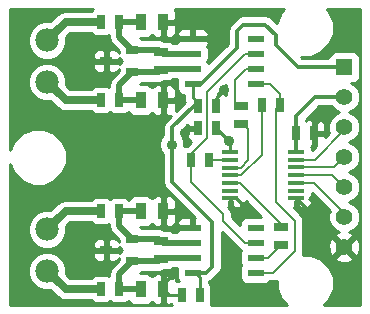
<source format=gtl>
%FSLAX46Y46*%
G04 Gerber Fmt 4.6, Leading zero omitted, Abs format (unit mm)*
G04 Created by KiCad (PCBNEW (2014-07-09 BZR 4988)-product) date Thu 14 Aug 2014 11:57:35 AM PDT*
%MOMM*%
G01*
G04 APERTURE LIST*
%ADD10C,0.050000*%
%ADD11R,1.397000X1.397000*%
%ADD12C,1.397000*%
%ADD13R,0.889000X1.397000*%
%ADD14R,1.143000X0.635000*%
%ADD15R,0.635000X1.143000*%
%ADD16R,1.000760X0.800100*%
%ADD17R,1.399540X0.599440*%
%ADD18R,1.397000X0.431800*%
%ADD19C,1.968500*%
%ADD20C,0.889000*%
%ADD21C,0.254000*%
%ADD22C,0.508000*%
%ADD23C,0.304800*%
%ADD24C,0.635000*%
%ADD25C,0.203200*%
G04 APERTURE END LIST*
D10*
D11*
X130556000Y-93980000D03*
D12*
X130556000Y-96520000D03*
X130556000Y-99060000D03*
X130556000Y-101600000D03*
X130556000Y-104140000D03*
X130556000Y-106680000D03*
X130556000Y-109220000D03*
D13*
X115252500Y-106172000D03*
X113347500Y-106172000D03*
X113347500Y-112776000D03*
X115252500Y-112776000D03*
D14*
X115062000Y-108712000D03*
X115062000Y-110236000D03*
D13*
X115252500Y-90170000D03*
X113347500Y-90170000D03*
X113347500Y-96774000D03*
X115252500Y-96774000D03*
D14*
X115062000Y-92710000D03*
X115062000Y-94234000D03*
D15*
X118364000Y-113284000D03*
X116840000Y-113284000D03*
X118186200Y-97282000D03*
X119710200Y-97282000D03*
X109982000Y-106172000D03*
X111506000Y-106172000D03*
X109982000Y-112776000D03*
X111506000Y-112776000D03*
X109982000Y-90170000D03*
X111506000Y-90170000D03*
X109982000Y-96774000D03*
X111506000Y-96774000D03*
X117596920Y-101831140D03*
X119120920Y-101831140D03*
D14*
X121793000Y-97282000D03*
X121793000Y-98806000D03*
D15*
X125095000Y-97155000D03*
X123571000Y-97155000D03*
D14*
X125196600Y-109016800D03*
X125196600Y-107492800D03*
D16*
X110406180Y-109474000D03*
X112605820Y-108521500D03*
X112605820Y-110426500D03*
X110406180Y-93472000D03*
X112605820Y-92519500D03*
X112605820Y-94424500D03*
D17*
X123063000Y-107569000D03*
X117729000Y-107569000D03*
X123063000Y-108839000D03*
X123063000Y-110109000D03*
X123063000Y-111379000D03*
X117729000Y-108839000D03*
X117729000Y-110109000D03*
X117729000Y-111379000D03*
X123063000Y-91567000D03*
X117729000Y-91567000D03*
X123063000Y-92837000D03*
X123063000Y-94107000D03*
X123063000Y-95377000D03*
X117729000Y-92837000D03*
X117729000Y-94107000D03*
X117729000Y-95377000D03*
D18*
X120904000Y-101193600D03*
X120904000Y-101828600D03*
X120904000Y-102489000D03*
X120904000Y-103124000D03*
X120904000Y-103784400D03*
X120904000Y-104432100D03*
X120904000Y-105079800D03*
X126492000Y-105079800D03*
X126492000Y-104432100D03*
X126492000Y-103784400D03*
X126492000Y-103124000D03*
X126492000Y-102476300D03*
X126492000Y-101828600D03*
X126492000Y-101180900D03*
D19*
X105410000Y-107724000D03*
X105410000Y-111224000D03*
X105410000Y-91722000D03*
X105410000Y-95222000D03*
D15*
X118186200Y-99161600D03*
X119710200Y-99161600D03*
X128016000Y-99568000D03*
X126492000Y-99568000D03*
D20*
X116636800Y-90170000D03*
X120396000Y-95910400D03*
X117043200Y-99568000D03*
X122123200Y-105841800D03*
X128828800Y-98069400D03*
X121666000Y-113030000D03*
X116001800Y-111582200D03*
X120764300Y-100215700D03*
X115951000Y-100533200D03*
D21*
X115252500Y-90170000D02*
X116636800Y-90170000D01*
X130556000Y-109220000D02*
X130556000Y-109143800D01*
X130556000Y-109143800D02*
X126492000Y-105079800D01*
X119710200Y-96596200D02*
X120396000Y-95910400D01*
X119710200Y-97282000D02*
X119710200Y-96596200D01*
X117449600Y-99161600D02*
X117043200Y-99568000D01*
X118186200Y-99161600D02*
X117449600Y-99161600D01*
X121361200Y-105079800D02*
X122123200Y-105841800D01*
X120904000Y-105079800D02*
X121361200Y-105079800D01*
X115760500Y-113284000D02*
X115252500Y-112776000D01*
X116840000Y-113284000D02*
X115760500Y-113284000D01*
X115252500Y-112776000D02*
X115252500Y-112331500D01*
X128016000Y-98882200D02*
X128828800Y-98069400D01*
X128016000Y-99568000D02*
X128016000Y-98882200D01*
X115252500Y-112331500D02*
X116001800Y-111582200D01*
D22*
X111506000Y-106172000D02*
X113347500Y-106172000D01*
X111506000Y-107421680D02*
X112605820Y-108521500D01*
X111506000Y-106172000D02*
X111506000Y-107421680D01*
X114871500Y-108521500D02*
X115062000Y-108712000D01*
X112605820Y-108521500D02*
X114871500Y-108521500D01*
X115189000Y-108839000D02*
X115062000Y-108712000D01*
X117729000Y-108839000D02*
X115189000Y-108839000D01*
X111506000Y-112776000D02*
X113347500Y-112776000D01*
X111506000Y-111526320D02*
X112605820Y-110426500D01*
X111506000Y-112776000D02*
X111506000Y-111526320D01*
X114871500Y-110426500D02*
X115062000Y-110236000D01*
X112605820Y-110426500D02*
X114871500Y-110426500D01*
X115189000Y-110109000D02*
X115062000Y-110236000D01*
X117729000Y-110109000D02*
X115189000Y-110109000D01*
X111506000Y-91419680D02*
X112605820Y-92519500D01*
X111506000Y-90170000D02*
X111506000Y-91419680D01*
X111506000Y-90170000D02*
X113347500Y-90170000D01*
X115189000Y-92837000D02*
X117729000Y-92837000D01*
X114871500Y-92519500D02*
X115189000Y-92837000D01*
X112605820Y-92519500D02*
X114871500Y-92519500D01*
X111506000Y-95524320D02*
X112605820Y-94424500D01*
X111506000Y-96774000D02*
X111506000Y-95524320D01*
X111506000Y-96774000D02*
X113347500Y-96774000D01*
X115189000Y-94107000D02*
X117729000Y-94107000D01*
X114871500Y-94424500D02*
X115189000Y-94107000D01*
X112605820Y-94424500D02*
X114871500Y-94424500D01*
D21*
X116001800Y-100533200D02*
X115951000Y-100533200D01*
D23*
X117729000Y-95377000D02*
X118465600Y-95377000D01*
X126669800Y-93980000D02*
X130556000Y-93980000D01*
X124764800Y-92075000D02*
X126669800Y-93980000D01*
X124764800Y-91287600D02*
X124764800Y-92075000D01*
X123850400Y-90373200D02*
X124764800Y-91287600D01*
X122021600Y-90373200D02*
X123850400Y-90373200D01*
X121513600Y-90881200D02*
X122021600Y-90373200D01*
X121513600Y-92329000D02*
X121513600Y-90881200D01*
X118465600Y-95377000D02*
X121513600Y-92329000D01*
D21*
X118186200Y-97282000D02*
X118186200Y-96977200D01*
X118186200Y-96977200D02*
X118186200Y-97282000D01*
X117729000Y-96520000D02*
X118186200Y-96977200D01*
X117729000Y-95377000D02*
X117729000Y-96520000D01*
X120904000Y-100355400D02*
X120764300Y-100215700D01*
X120904000Y-101193600D02*
X120904000Y-100355400D01*
X120764300Y-100215700D02*
X119710200Y-99161600D01*
X117983000Y-111379000D02*
X117729000Y-111379000D01*
X118364000Y-111760000D02*
X117983000Y-111379000D01*
X118364000Y-113284000D02*
X118364000Y-111760000D01*
D23*
X117805200Y-97282000D02*
X118186200Y-97282000D01*
X116001800Y-99085400D02*
X117805200Y-97282000D01*
X116001800Y-101600000D02*
X116001800Y-100533200D01*
X116001800Y-100533200D02*
X116001800Y-99085400D01*
X116001800Y-103708200D02*
X119380000Y-107086400D01*
X119380000Y-107086400D02*
X119380000Y-110871000D01*
X119380000Y-110871000D02*
X118872000Y-111379000D01*
X118872000Y-111379000D02*
X117729000Y-111379000D01*
X116001800Y-101600000D02*
X116001800Y-103708200D01*
D24*
X106962000Y-106172000D02*
X105410000Y-107724000D01*
X109982000Y-106172000D02*
X106962000Y-106172000D01*
X106962000Y-112776000D02*
X105410000Y-111224000D01*
X109982000Y-112776000D02*
X106962000Y-112776000D01*
X106962000Y-90170000D02*
X105410000Y-91722000D01*
X109982000Y-90170000D02*
X106962000Y-90170000D01*
X106962000Y-96774000D02*
X105410000Y-95222000D01*
X109982000Y-96774000D02*
X106962000Y-96774000D01*
D25*
X129679700Y-102476300D02*
X130556000Y-101600000D01*
X126492000Y-102476300D02*
X129679700Y-102476300D01*
X130556000Y-106349800D02*
X130556000Y-106680000D01*
X127990600Y-103784400D02*
X130556000Y-106349800D01*
X126492000Y-103784400D02*
X127990600Y-103784400D01*
X130556000Y-99314000D02*
X130556000Y-99060000D01*
X128041400Y-101828600D02*
X130556000Y-99314000D01*
X126492000Y-101828600D02*
X128041400Y-101828600D01*
X129540000Y-103124000D02*
X130556000Y-104140000D01*
X126492000Y-103124000D02*
X129540000Y-103124000D01*
X117596920Y-101300280D02*
X117596920Y-101831140D01*
X122174000Y-92837000D02*
X118948200Y-96062800D01*
X118948200Y-96062800D02*
X118948200Y-99949000D01*
X118948200Y-99949000D02*
X117596920Y-101300280D01*
X123063000Y-92837000D02*
X122174000Y-92837000D01*
X122148600Y-108839000D02*
X120319800Y-107010200D01*
X120319800Y-107010200D02*
X120319800Y-106400600D01*
X120319800Y-106400600D02*
X117596920Y-103677720D01*
X117596920Y-103677720D02*
X117596920Y-101831140D01*
X123063000Y-108839000D02*
X122148600Y-108839000D01*
X123063000Y-94107000D02*
X122504200Y-94107000D01*
D21*
X123063000Y-94107000D02*
X123571000Y-94107000D01*
D25*
X121666000Y-97282000D02*
X121793000Y-97282000D01*
X122275600Y-94107000D02*
X121310400Y-95072200D01*
X121310400Y-95072200D02*
X121310400Y-96926400D01*
X121310400Y-96926400D02*
X121666000Y-97282000D01*
X123063000Y-94107000D02*
X122275600Y-94107000D01*
X124256800Y-95377000D02*
X125095000Y-96215200D01*
X125095000Y-96215200D02*
X125095000Y-97155000D01*
X123063000Y-95377000D02*
X124256800Y-95377000D01*
X124561600Y-111379000D02*
X126365000Y-109575600D01*
X126365000Y-109575600D02*
X126365000Y-106984800D01*
X126365000Y-106984800D02*
X124764800Y-105384600D01*
X124764800Y-105384600D02*
X124764800Y-97485200D01*
X124764800Y-97485200D02*
X125095000Y-97155000D01*
X123063000Y-111379000D02*
X124561600Y-111379000D01*
X124104400Y-110109000D02*
X125196600Y-109016800D01*
X123063000Y-110109000D02*
X124104400Y-110109000D01*
X120901460Y-101831140D02*
X120904000Y-101828600D01*
X119120920Y-101831140D02*
X120901460Y-101831140D01*
X122047000Y-98806000D02*
X121793000Y-98806000D01*
X121818400Y-102489000D02*
X122428000Y-101879400D01*
X122428000Y-101879400D02*
X122428000Y-99187000D01*
X122428000Y-99187000D02*
X122047000Y-98806000D01*
X120904000Y-102489000D02*
X121818400Y-102489000D01*
X123571000Y-101396800D02*
X121843800Y-103124000D01*
X121843800Y-103124000D02*
X120904000Y-103124000D01*
X123571000Y-97155000D02*
X123571000Y-101396800D01*
X125196600Y-107264200D02*
X125196600Y-107492800D01*
X121716800Y-103784400D02*
X125196600Y-107264200D01*
X120904000Y-103784400D02*
X121716800Y-103784400D01*
D23*
X126492000Y-99568000D02*
X126492000Y-101180900D01*
X130556000Y-96520000D02*
X128066800Y-96520000D01*
X126492000Y-98094800D02*
X126492000Y-99568000D01*
X128066800Y-96520000D02*
X126492000Y-98094800D01*
D21*
G36*
X116987000Y-113411000D02*
X116967000Y-113411000D01*
X116967000Y-113431000D01*
X116713000Y-113431000D01*
X116713000Y-113411000D01*
X116693000Y-113411000D01*
X116693000Y-113157000D01*
X116713000Y-113157000D01*
X116713000Y-113137000D01*
X116967000Y-113137000D01*
X116967000Y-113157000D01*
X116987000Y-113157000D01*
X116987000Y-113411000D01*
X116987000Y-113411000D01*
G37*
X116987000Y-113411000D02*
X116967000Y-113411000D01*
X116967000Y-113431000D01*
X116713000Y-113431000D01*
X116713000Y-113411000D01*
X116693000Y-113411000D01*
X116693000Y-113157000D01*
X116713000Y-113157000D01*
X116713000Y-113137000D01*
X116967000Y-113137000D01*
X116967000Y-113157000D01*
X116987000Y-113157000D01*
X116987000Y-113411000D01*
G36*
X117914539Y-106734491D02*
X117856000Y-106793030D01*
X117856000Y-107442000D01*
X117876000Y-107442000D01*
X117876000Y-107696000D01*
X117856000Y-107696000D01*
X117856000Y-107716000D01*
X117602000Y-107716000D01*
X117602000Y-107696000D01*
X117602000Y-107442000D01*
X117602000Y-106793030D01*
X117443250Y-106634280D01*
X117155539Y-106634280D01*
X116902920Y-106634280D01*
X116669531Y-106730953D01*
X116490903Y-106909582D01*
X116394230Y-107142971D01*
X116394230Y-107283250D01*
X116552980Y-107442000D01*
X117602000Y-107442000D01*
X117602000Y-107696000D01*
X116552980Y-107696000D01*
X116394230Y-107854750D01*
X116394230Y-107950000D01*
X116332000Y-107950000D01*
X116332000Y-106996810D01*
X116332000Y-106744191D01*
X116332000Y-106457750D01*
X116332000Y-105886250D01*
X116332000Y-105599809D01*
X116332000Y-105347190D01*
X116235327Y-105113801D01*
X116056698Y-104935173D01*
X115823309Y-104838500D01*
X115538250Y-104838500D01*
X115379500Y-104997250D01*
X115379500Y-106045000D01*
X116173250Y-106045000D01*
X116332000Y-105886250D01*
X116332000Y-106457750D01*
X116173250Y-106299000D01*
X115379500Y-106299000D01*
X115379500Y-107346750D01*
X115538250Y-107505500D01*
X115823309Y-107505500D01*
X116056698Y-107408827D01*
X116235327Y-107230199D01*
X116332000Y-106996810D01*
X116332000Y-107950000D01*
X116087025Y-107950000D01*
X115993199Y-107856173D01*
X115759810Y-107759500D01*
X115507191Y-107759500D01*
X115300498Y-107759500D01*
X115211706Y-107700171D01*
X114871500Y-107632500D01*
X113515275Y-107632500D01*
X113465899Y-107583123D01*
X113278500Y-107505500D01*
X113918309Y-107505500D01*
X114151698Y-107408827D01*
X114300000Y-107260525D01*
X114448302Y-107408827D01*
X114681691Y-107505500D01*
X114966750Y-107505500D01*
X115125500Y-107346750D01*
X115125500Y-106299000D01*
X115105500Y-106299000D01*
X115105500Y-106045000D01*
X115125500Y-106045000D01*
X115125500Y-104997250D01*
X114966750Y-104838500D01*
X114681691Y-104838500D01*
X114448302Y-104935173D01*
X114299999Y-105083474D01*
X114151699Y-104935173D01*
X113918310Y-104838500D01*
X113665691Y-104838500D01*
X112776691Y-104838500D01*
X112543302Y-104935173D01*
X112364673Y-105113801D01*
X112326641Y-105205616D01*
X112183199Y-105062173D01*
X111949810Y-104965500D01*
X111697191Y-104965500D01*
X111062191Y-104965500D01*
X110828802Y-105062173D01*
X110744000Y-105146974D01*
X110659199Y-105062173D01*
X110425810Y-104965500D01*
X110173191Y-104965500D01*
X109538191Y-104965500D01*
X109304802Y-105062173D01*
X109147474Y-105219500D01*
X106962000Y-105219500D01*
X106597494Y-105292005D01*
X106288480Y-105498481D01*
X105681974Y-106104987D01*
X105089324Y-106104470D01*
X104493967Y-106350466D01*
X104038067Y-106805571D01*
X103791032Y-107400498D01*
X103790470Y-108044676D01*
X104036466Y-108640033D01*
X104491571Y-109095933D01*
X105086498Y-109342968D01*
X105730676Y-109343530D01*
X106326033Y-109097534D01*
X106781933Y-108642429D01*
X107028968Y-108047502D01*
X107029487Y-107451550D01*
X107356538Y-107124500D01*
X109147474Y-107124500D01*
X109304801Y-107281827D01*
X109538190Y-107378500D01*
X109790809Y-107378500D01*
X110425809Y-107378500D01*
X110617000Y-107299306D01*
X110617000Y-107421680D01*
X110684671Y-107761886D01*
X110877382Y-108050298D01*
X111470440Y-108643356D01*
X111470440Y-108775942D01*
X111444887Y-108714252D01*
X111266259Y-108535623D01*
X111032870Y-108438950D01*
X110780251Y-108438950D01*
X110691930Y-108438950D01*
X110533180Y-108597700D01*
X110533180Y-109347000D01*
X111382810Y-109347000D01*
X111532390Y-109197419D01*
X111567113Y-109281248D01*
X111745741Y-109459877D01*
X111779837Y-109474000D01*
X111745742Y-109488123D01*
X111567113Y-109666751D01*
X111532389Y-109750579D01*
X111382810Y-109601000D01*
X110533180Y-109601000D01*
X110533180Y-110350300D01*
X110691930Y-110509050D01*
X110780251Y-110509050D01*
X111032870Y-110509050D01*
X111266259Y-110412377D01*
X111444887Y-110233748D01*
X111470440Y-110172057D01*
X111470440Y-110304644D01*
X110877382Y-110897702D01*
X110684671Y-111186114D01*
X110617000Y-111526320D01*
X110617000Y-111648693D01*
X110425810Y-111569500D01*
X110279180Y-111569500D01*
X110279180Y-110350300D01*
X110279180Y-109601000D01*
X110279180Y-109347000D01*
X110279180Y-108597700D01*
X110120430Y-108438950D01*
X110032109Y-108438950D01*
X109779490Y-108438950D01*
X109546101Y-108535623D01*
X109367473Y-108714252D01*
X109270800Y-108947641D01*
X109270800Y-109188250D01*
X109429550Y-109347000D01*
X110279180Y-109347000D01*
X110279180Y-109601000D01*
X109429550Y-109601000D01*
X109270800Y-109759750D01*
X109270800Y-110000359D01*
X109367473Y-110233748D01*
X109546101Y-110412377D01*
X109779490Y-110509050D01*
X110032109Y-110509050D01*
X110120430Y-110509050D01*
X110279180Y-110350300D01*
X110279180Y-111569500D01*
X110173191Y-111569500D01*
X109538191Y-111569500D01*
X109304802Y-111666173D01*
X109147474Y-111823500D01*
X107356538Y-111823500D01*
X107029012Y-111495974D01*
X107029530Y-110903324D01*
X106783534Y-110307967D01*
X106328429Y-109852067D01*
X105733502Y-109605032D01*
X105089324Y-109604470D01*
X104493967Y-109850466D01*
X104038067Y-110305571D01*
X103791032Y-110900498D01*
X103790470Y-111544676D01*
X104036466Y-112140033D01*
X104491571Y-112595933D01*
X105086498Y-112842968D01*
X105682449Y-112843487D01*
X106288480Y-113449519D01*
X106288481Y-113449519D01*
X106597494Y-113655995D01*
X106962000Y-113728500D01*
X109147474Y-113728500D01*
X109304801Y-113885827D01*
X109538190Y-113982500D01*
X109790809Y-113982500D01*
X110425809Y-113982500D01*
X110659198Y-113885827D01*
X110743999Y-113801025D01*
X110828801Y-113885827D01*
X111062190Y-113982500D01*
X111314809Y-113982500D01*
X111949809Y-113982500D01*
X112183198Y-113885827D01*
X112326642Y-113742383D01*
X112364673Y-113834198D01*
X112543301Y-114012827D01*
X112776690Y-114109500D01*
X113029309Y-114109500D01*
X113918309Y-114109500D01*
X114151698Y-114012827D01*
X114300000Y-113864525D01*
X114448302Y-114012827D01*
X114681691Y-114109500D01*
X114966750Y-114109500D01*
X115125500Y-113950750D01*
X115125500Y-112903000D01*
X115105500Y-112903000D01*
X115105500Y-112649000D01*
X115125500Y-112649000D01*
X115125500Y-111601250D01*
X114966750Y-111442500D01*
X114681691Y-111442500D01*
X114448302Y-111539173D01*
X114299999Y-111687474D01*
X114151699Y-111539173D01*
X113918310Y-111442500D01*
X113665691Y-111442500D01*
X113278499Y-111442500D01*
X113465898Y-111364877D01*
X113515275Y-111315500D01*
X114871500Y-111315500D01*
X115211705Y-111247829D01*
X115211706Y-111247829D01*
X115300497Y-111188500D01*
X115300498Y-111188500D01*
X115759809Y-111188500D01*
X115993198Y-111091827D01*
X116087025Y-110998000D01*
X116394230Y-110998000D01*
X116394230Y-111205589D01*
X116394230Y-111805029D01*
X116490903Y-112038418D01*
X116529984Y-112077500D01*
X116396191Y-112077500D01*
X116332000Y-112104088D01*
X116332000Y-111951190D01*
X116235327Y-111717801D01*
X116056698Y-111539173D01*
X115823309Y-111442500D01*
X115538250Y-111442500D01*
X115379500Y-111601250D01*
X115379500Y-112649000D01*
X115399500Y-112649000D01*
X115399500Y-112903000D01*
X115379500Y-112903000D01*
X115379500Y-113950750D01*
X115538250Y-114109500D01*
X115823309Y-114109500D01*
X115923244Y-114068105D01*
X115945982Y-114123000D01*
X102285000Y-114123000D01*
X102285000Y-102199888D01*
X102601166Y-102965069D01*
X103279361Y-103644449D01*
X104165919Y-104012580D01*
X105125870Y-104013417D01*
X106013069Y-103646834D01*
X106692449Y-102968639D01*
X107060580Y-102082081D01*
X107061417Y-101122130D01*
X106694834Y-100234931D01*
X106016639Y-99555551D01*
X105130081Y-99187420D01*
X104170130Y-99186583D01*
X103282931Y-99553166D01*
X102603551Y-100231361D01*
X102285000Y-100998517D01*
X102285000Y-89077000D01*
X109287974Y-89077000D01*
X109147474Y-89217500D01*
X106962000Y-89217500D01*
X106597494Y-89290005D01*
X106288480Y-89496481D01*
X105681974Y-90102987D01*
X105089324Y-90102470D01*
X104493967Y-90348466D01*
X104038067Y-90803571D01*
X103791032Y-91398498D01*
X103790470Y-92042676D01*
X104036466Y-92638033D01*
X104491571Y-93093933D01*
X105086498Y-93340968D01*
X105730676Y-93341530D01*
X106326033Y-93095534D01*
X106781933Y-92640429D01*
X107028968Y-92045502D01*
X107029487Y-91449550D01*
X107356538Y-91122500D01*
X109147474Y-91122500D01*
X109304801Y-91279827D01*
X109538190Y-91376500D01*
X109790809Y-91376500D01*
X110425809Y-91376500D01*
X110617000Y-91297306D01*
X110617000Y-91419680D01*
X110684671Y-91759886D01*
X110877382Y-92048298D01*
X111470440Y-92641356D01*
X111470440Y-92773942D01*
X111444887Y-92712252D01*
X111266259Y-92533623D01*
X111032870Y-92436950D01*
X110780251Y-92436950D01*
X110691930Y-92436950D01*
X110533180Y-92595700D01*
X110533180Y-93345000D01*
X111382810Y-93345000D01*
X111532390Y-93195419D01*
X111567113Y-93279248D01*
X111745741Y-93457877D01*
X111779837Y-93472000D01*
X111745742Y-93486123D01*
X111567113Y-93664751D01*
X111532389Y-93748579D01*
X111382810Y-93599000D01*
X110533180Y-93599000D01*
X110533180Y-94348300D01*
X110691930Y-94507050D01*
X110780251Y-94507050D01*
X111032870Y-94507050D01*
X111266259Y-94410377D01*
X111444887Y-94231748D01*
X111470440Y-94170057D01*
X111470440Y-94302644D01*
X110877382Y-94895702D01*
X110684671Y-95184114D01*
X110617000Y-95524320D01*
X110617000Y-95646693D01*
X110425810Y-95567500D01*
X110279180Y-95567500D01*
X110279180Y-94348300D01*
X110279180Y-93599000D01*
X110279180Y-93345000D01*
X110279180Y-92595700D01*
X110120430Y-92436950D01*
X110032109Y-92436950D01*
X109779490Y-92436950D01*
X109546101Y-92533623D01*
X109367473Y-92712252D01*
X109270800Y-92945641D01*
X109270800Y-93186250D01*
X109429550Y-93345000D01*
X110279180Y-93345000D01*
X110279180Y-93599000D01*
X109429550Y-93599000D01*
X109270800Y-93757750D01*
X109270800Y-93998359D01*
X109367473Y-94231748D01*
X109546101Y-94410377D01*
X109779490Y-94507050D01*
X110032109Y-94507050D01*
X110120430Y-94507050D01*
X110279180Y-94348300D01*
X110279180Y-95567500D01*
X110173191Y-95567500D01*
X109538191Y-95567500D01*
X109304802Y-95664173D01*
X109147474Y-95821500D01*
X107356538Y-95821500D01*
X107029012Y-95493974D01*
X107029530Y-94901324D01*
X106783534Y-94305967D01*
X106328429Y-93850067D01*
X105733502Y-93603032D01*
X105089324Y-93602470D01*
X104493967Y-93848466D01*
X104038067Y-94303571D01*
X103791032Y-94898498D01*
X103790470Y-95542676D01*
X104036466Y-96138033D01*
X104491571Y-96593933D01*
X105086498Y-96840968D01*
X105682449Y-96841487D01*
X106288480Y-97447519D01*
X106288481Y-97447519D01*
X106597494Y-97653995D01*
X106962000Y-97726500D01*
X109147474Y-97726500D01*
X109304801Y-97883827D01*
X109538190Y-97980500D01*
X109790809Y-97980500D01*
X110425809Y-97980500D01*
X110659198Y-97883827D01*
X110743999Y-97799025D01*
X110828801Y-97883827D01*
X111062190Y-97980500D01*
X111314809Y-97980500D01*
X111949809Y-97980500D01*
X112183198Y-97883827D01*
X112326642Y-97740383D01*
X112364673Y-97832198D01*
X112543301Y-98010827D01*
X112776690Y-98107500D01*
X113029309Y-98107500D01*
X113918309Y-98107500D01*
X114151698Y-98010827D01*
X114300000Y-97862525D01*
X114448302Y-98010827D01*
X114681691Y-98107500D01*
X114966750Y-98107500D01*
X115125500Y-97948750D01*
X115125500Y-96901000D01*
X115105500Y-96901000D01*
X115105500Y-96647000D01*
X115125500Y-96647000D01*
X115125500Y-95599250D01*
X114966750Y-95440500D01*
X114681691Y-95440500D01*
X114448302Y-95537173D01*
X114299999Y-95685474D01*
X114151699Y-95537173D01*
X113918310Y-95440500D01*
X113665691Y-95440500D01*
X113278499Y-95440500D01*
X113465898Y-95362877D01*
X113515275Y-95313500D01*
X114871500Y-95313500D01*
X115211705Y-95245829D01*
X115211706Y-95245829D01*
X115300497Y-95186500D01*
X115300498Y-95186500D01*
X115759809Y-95186500D01*
X115993198Y-95089827D01*
X116087025Y-94996000D01*
X116394230Y-94996000D01*
X116394230Y-95203589D01*
X116394230Y-95803029D01*
X116490903Y-96036418D01*
X116669531Y-96215047D01*
X116902920Y-96311720D01*
X116967000Y-96311720D01*
X116967000Y-96520000D01*
X117025004Y-96811605D01*
X117079894Y-96893753D01*
X116301708Y-97671939D01*
X116332000Y-97598810D01*
X116332000Y-97346191D01*
X116332000Y-97059750D01*
X116332000Y-96488250D01*
X116332000Y-96201809D01*
X116332000Y-95949190D01*
X116235327Y-95715801D01*
X116056698Y-95537173D01*
X115823309Y-95440500D01*
X115538250Y-95440500D01*
X115379500Y-95599250D01*
X115379500Y-96647000D01*
X116173250Y-96647000D01*
X116332000Y-96488250D01*
X116332000Y-97059750D01*
X116173250Y-96901000D01*
X115379500Y-96901000D01*
X115379500Y-97948750D01*
X115538250Y-98107500D01*
X115823309Y-98107500D01*
X115896439Y-98077208D01*
X115445024Y-98528624D01*
X115274337Y-98784075D01*
X115214400Y-99085400D01*
X115214400Y-99743202D01*
X115036378Y-99920914D01*
X114871687Y-100317532D01*
X114871313Y-100746984D01*
X115035311Y-101143889D01*
X115214400Y-101323290D01*
X115214400Y-101600000D01*
X115214400Y-103708200D01*
X115274337Y-104009525D01*
X115445024Y-104264976D01*
X117914539Y-106734491D01*
X117914539Y-106734491D01*
G37*
X117914539Y-106734491D02*
X117856000Y-106793030D01*
X117856000Y-107442000D01*
X117876000Y-107442000D01*
X117876000Y-107696000D01*
X117856000Y-107696000D01*
X117856000Y-107716000D01*
X117602000Y-107716000D01*
X117602000Y-107696000D01*
X117602000Y-107442000D01*
X117602000Y-106793030D01*
X117443250Y-106634280D01*
X117155539Y-106634280D01*
X116902920Y-106634280D01*
X116669531Y-106730953D01*
X116490903Y-106909582D01*
X116394230Y-107142971D01*
X116394230Y-107283250D01*
X116552980Y-107442000D01*
X117602000Y-107442000D01*
X117602000Y-107696000D01*
X116552980Y-107696000D01*
X116394230Y-107854750D01*
X116394230Y-107950000D01*
X116332000Y-107950000D01*
X116332000Y-106996810D01*
X116332000Y-106744191D01*
X116332000Y-106457750D01*
X116332000Y-105886250D01*
X116332000Y-105599809D01*
X116332000Y-105347190D01*
X116235327Y-105113801D01*
X116056698Y-104935173D01*
X115823309Y-104838500D01*
X115538250Y-104838500D01*
X115379500Y-104997250D01*
X115379500Y-106045000D01*
X116173250Y-106045000D01*
X116332000Y-105886250D01*
X116332000Y-106457750D01*
X116173250Y-106299000D01*
X115379500Y-106299000D01*
X115379500Y-107346750D01*
X115538250Y-107505500D01*
X115823309Y-107505500D01*
X116056698Y-107408827D01*
X116235327Y-107230199D01*
X116332000Y-106996810D01*
X116332000Y-107950000D01*
X116087025Y-107950000D01*
X115993199Y-107856173D01*
X115759810Y-107759500D01*
X115507191Y-107759500D01*
X115300498Y-107759500D01*
X115211706Y-107700171D01*
X114871500Y-107632500D01*
X113515275Y-107632500D01*
X113465899Y-107583123D01*
X113278500Y-107505500D01*
X113918309Y-107505500D01*
X114151698Y-107408827D01*
X114300000Y-107260525D01*
X114448302Y-107408827D01*
X114681691Y-107505500D01*
X114966750Y-107505500D01*
X115125500Y-107346750D01*
X115125500Y-106299000D01*
X115105500Y-106299000D01*
X115105500Y-106045000D01*
X115125500Y-106045000D01*
X115125500Y-104997250D01*
X114966750Y-104838500D01*
X114681691Y-104838500D01*
X114448302Y-104935173D01*
X114299999Y-105083474D01*
X114151699Y-104935173D01*
X113918310Y-104838500D01*
X113665691Y-104838500D01*
X112776691Y-104838500D01*
X112543302Y-104935173D01*
X112364673Y-105113801D01*
X112326641Y-105205616D01*
X112183199Y-105062173D01*
X111949810Y-104965500D01*
X111697191Y-104965500D01*
X111062191Y-104965500D01*
X110828802Y-105062173D01*
X110744000Y-105146974D01*
X110659199Y-105062173D01*
X110425810Y-104965500D01*
X110173191Y-104965500D01*
X109538191Y-104965500D01*
X109304802Y-105062173D01*
X109147474Y-105219500D01*
X106962000Y-105219500D01*
X106597494Y-105292005D01*
X106288480Y-105498481D01*
X105681974Y-106104987D01*
X105089324Y-106104470D01*
X104493967Y-106350466D01*
X104038067Y-106805571D01*
X103791032Y-107400498D01*
X103790470Y-108044676D01*
X104036466Y-108640033D01*
X104491571Y-109095933D01*
X105086498Y-109342968D01*
X105730676Y-109343530D01*
X106326033Y-109097534D01*
X106781933Y-108642429D01*
X107028968Y-108047502D01*
X107029487Y-107451550D01*
X107356538Y-107124500D01*
X109147474Y-107124500D01*
X109304801Y-107281827D01*
X109538190Y-107378500D01*
X109790809Y-107378500D01*
X110425809Y-107378500D01*
X110617000Y-107299306D01*
X110617000Y-107421680D01*
X110684671Y-107761886D01*
X110877382Y-108050298D01*
X111470440Y-108643356D01*
X111470440Y-108775942D01*
X111444887Y-108714252D01*
X111266259Y-108535623D01*
X111032870Y-108438950D01*
X110780251Y-108438950D01*
X110691930Y-108438950D01*
X110533180Y-108597700D01*
X110533180Y-109347000D01*
X111382810Y-109347000D01*
X111532390Y-109197419D01*
X111567113Y-109281248D01*
X111745741Y-109459877D01*
X111779837Y-109474000D01*
X111745742Y-109488123D01*
X111567113Y-109666751D01*
X111532389Y-109750579D01*
X111382810Y-109601000D01*
X110533180Y-109601000D01*
X110533180Y-110350300D01*
X110691930Y-110509050D01*
X110780251Y-110509050D01*
X111032870Y-110509050D01*
X111266259Y-110412377D01*
X111444887Y-110233748D01*
X111470440Y-110172057D01*
X111470440Y-110304644D01*
X110877382Y-110897702D01*
X110684671Y-111186114D01*
X110617000Y-111526320D01*
X110617000Y-111648693D01*
X110425810Y-111569500D01*
X110279180Y-111569500D01*
X110279180Y-110350300D01*
X110279180Y-109601000D01*
X110279180Y-109347000D01*
X110279180Y-108597700D01*
X110120430Y-108438950D01*
X110032109Y-108438950D01*
X109779490Y-108438950D01*
X109546101Y-108535623D01*
X109367473Y-108714252D01*
X109270800Y-108947641D01*
X109270800Y-109188250D01*
X109429550Y-109347000D01*
X110279180Y-109347000D01*
X110279180Y-109601000D01*
X109429550Y-109601000D01*
X109270800Y-109759750D01*
X109270800Y-110000359D01*
X109367473Y-110233748D01*
X109546101Y-110412377D01*
X109779490Y-110509050D01*
X110032109Y-110509050D01*
X110120430Y-110509050D01*
X110279180Y-110350300D01*
X110279180Y-111569500D01*
X110173191Y-111569500D01*
X109538191Y-111569500D01*
X109304802Y-111666173D01*
X109147474Y-111823500D01*
X107356538Y-111823500D01*
X107029012Y-111495974D01*
X107029530Y-110903324D01*
X106783534Y-110307967D01*
X106328429Y-109852067D01*
X105733502Y-109605032D01*
X105089324Y-109604470D01*
X104493967Y-109850466D01*
X104038067Y-110305571D01*
X103791032Y-110900498D01*
X103790470Y-111544676D01*
X104036466Y-112140033D01*
X104491571Y-112595933D01*
X105086498Y-112842968D01*
X105682449Y-112843487D01*
X106288480Y-113449519D01*
X106288481Y-113449519D01*
X106597494Y-113655995D01*
X106962000Y-113728500D01*
X109147474Y-113728500D01*
X109304801Y-113885827D01*
X109538190Y-113982500D01*
X109790809Y-113982500D01*
X110425809Y-113982500D01*
X110659198Y-113885827D01*
X110743999Y-113801025D01*
X110828801Y-113885827D01*
X111062190Y-113982500D01*
X111314809Y-113982500D01*
X111949809Y-113982500D01*
X112183198Y-113885827D01*
X112326642Y-113742383D01*
X112364673Y-113834198D01*
X112543301Y-114012827D01*
X112776690Y-114109500D01*
X113029309Y-114109500D01*
X113918309Y-114109500D01*
X114151698Y-114012827D01*
X114300000Y-113864525D01*
X114448302Y-114012827D01*
X114681691Y-114109500D01*
X114966750Y-114109500D01*
X115125500Y-113950750D01*
X115125500Y-112903000D01*
X115105500Y-112903000D01*
X115105500Y-112649000D01*
X115125500Y-112649000D01*
X115125500Y-111601250D01*
X114966750Y-111442500D01*
X114681691Y-111442500D01*
X114448302Y-111539173D01*
X114299999Y-111687474D01*
X114151699Y-111539173D01*
X113918310Y-111442500D01*
X113665691Y-111442500D01*
X113278499Y-111442500D01*
X113465898Y-111364877D01*
X113515275Y-111315500D01*
X114871500Y-111315500D01*
X115211705Y-111247829D01*
X115211706Y-111247829D01*
X115300497Y-111188500D01*
X115300498Y-111188500D01*
X115759809Y-111188500D01*
X115993198Y-111091827D01*
X116087025Y-110998000D01*
X116394230Y-110998000D01*
X116394230Y-111205589D01*
X116394230Y-111805029D01*
X116490903Y-112038418D01*
X116529984Y-112077500D01*
X116396191Y-112077500D01*
X116332000Y-112104088D01*
X116332000Y-111951190D01*
X116235327Y-111717801D01*
X116056698Y-111539173D01*
X115823309Y-111442500D01*
X115538250Y-111442500D01*
X115379500Y-111601250D01*
X115379500Y-112649000D01*
X115399500Y-112649000D01*
X115399500Y-112903000D01*
X115379500Y-112903000D01*
X115379500Y-113950750D01*
X115538250Y-114109500D01*
X115823309Y-114109500D01*
X115923244Y-114068105D01*
X115945982Y-114123000D01*
X102285000Y-114123000D01*
X102285000Y-102199888D01*
X102601166Y-102965069D01*
X103279361Y-103644449D01*
X104165919Y-104012580D01*
X105125870Y-104013417D01*
X106013069Y-103646834D01*
X106692449Y-102968639D01*
X107060580Y-102082081D01*
X107061417Y-101122130D01*
X106694834Y-100234931D01*
X106016639Y-99555551D01*
X105130081Y-99187420D01*
X104170130Y-99186583D01*
X103282931Y-99553166D01*
X102603551Y-100231361D01*
X102285000Y-100998517D01*
X102285000Y-89077000D01*
X109287974Y-89077000D01*
X109147474Y-89217500D01*
X106962000Y-89217500D01*
X106597494Y-89290005D01*
X106288480Y-89496481D01*
X105681974Y-90102987D01*
X105089324Y-90102470D01*
X104493967Y-90348466D01*
X104038067Y-90803571D01*
X103791032Y-91398498D01*
X103790470Y-92042676D01*
X104036466Y-92638033D01*
X104491571Y-93093933D01*
X105086498Y-93340968D01*
X105730676Y-93341530D01*
X106326033Y-93095534D01*
X106781933Y-92640429D01*
X107028968Y-92045502D01*
X107029487Y-91449550D01*
X107356538Y-91122500D01*
X109147474Y-91122500D01*
X109304801Y-91279827D01*
X109538190Y-91376500D01*
X109790809Y-91376500D01*
X110425809Y-91376500D01*
X110617000Y-91297306D01*
X110617000Y-91419680D01*
X110684671Y-91759886D01*
X110877382Y-92048298D01*
X111470440Y-92641356D01*
X111470440Y-92773942D01*
X111444887Y-92712252D01*
X111266259Y-92533623D01*
X111032870Y-92436950D01*
X110780251Y-92436950D01*
X110691930Y-92436950D01*
X110533180Y-92595700D01*
X110533180Y-93345000D01*
X111382810Y-93345000D01*
X111532390Y-93195419D01*
X111567113Y-93279248D01*
X111745741Y-93457877D01*
X111779837Y-93472000D01*
X111745742Y-93486123D01*
X111567113Y-93664751D01*
X111532389Y-93748579D01*
X111382810Y-93599000D01*
X110533180Y-93599000D01*
X110533180Y-94348300D01*
X110691930Y-94507050D01*
X110780251Y-94507050D01*
X111032870Y-94507050D01*
X111266259Y-94410377D01*
X111444887Y-94231748D01*
X111470440Y-94170057D01*
X111470440Y-94302644D01*
X110877382Y-94895702D01*
X110684671Y-95184114D01*
X110617000Y-95524320D01*
X110617000Y-95646693D01*
X110425810Y-95567500D01*
X110279180Y-95567500D01*
X110279180Y-94348300D01*
X110279180Y-93599000D01*
X110279180Y-93345000D01*
X110279180Y-92595700D01*
X110120430Y-92436950D01*
X110032109Y-92436950D01*
X109779490Y-92436950D01*
X109546101Y-92533623D01*
X109367473Y-92712252D01*
X109270800Y-92945641D01*
X109270800Y-93186250D01*
X109429550Y-93345000D01*
X110279180Y-93345000D01*
X110279180Y-93599000D01*
X109429550Y-93599000D01*
X109270800Y-93757750D01*
X109270800Y-93998359D01*
X109367473Y-94231748D01*
X109546101Y-94410377D01*
X109779490Y-94507050D01*
X110032109Y-94507050D01*
X110120430Y-94507050D01*
X110279180Y-94348300D01*
X110279180Y-95567500D01*
X110173191Y-95567500D01*
X109538191Y-95567500D01*
X109304802Y-95664173D01*
X109147474Y-95821500D01*
X107356538Y-95821500D01*
X107029012Y-95493974D01*
X107029530Y-94901324D01*
X106783534Y-94305967D01*
X106328429Y-93850067D01*
X105733502Y-93603032D01*
X105089324Y-93602470D01*
X104493967Y-93848466D01*
X104038067Y-94303571D01*
X103791032Y-94898498D01*
X103790470Y-95542676D01*
X104036466Y-96138033D01*
X104491571Y-96593933D01*
X105086498Y-96840968D01*
X105682449Y-96841487D01*
X106288480Y-97447519D01*
X106288481Y-97447519D01*
X106597494Y-97653995D01*
X106962000Y-97726500D01*
X109147474Y-97726500D01*
X109304801Y-97883827D01*
X109538190Y-97980500D01*
X109790809Y-97980500D01*
X110425809Y-97980500D01*
X110659198Y-97883827D01*
X110743999Y-97799025D01*
X110828801Y-97883827D01*
X111062190Y-97980500D01*
X111314809Y-97980500D01*
X111949809Y-97980500D01*
X112183198Y-97883827D01*
X112326642Y-97740383D01*
X112364673Y-97832198D01*
X112543301Y-98010827D01*
X112776690Y-98107500D01*
X113029309Y-98107500D01*
X113918309Y-98107500D01*
X114151698Y-98010827D01*
X114300000Y-97862525D01*
X114448302Y-98010827D01*
X114681691Y-98107500D01*
X114966750Y-98107500D01*
X115125500Y-97948750D01*
X115125500Y-96901000D01*
X115105500Y-96901000D01*
X115105500Y-96647000D01*
X115125500Y-96647000D01*
X115125500Y-95599250D01*
X114966750Y-95440500D01*
X114681691Y-95440500D01*
X114448302Y-95537173D01*
X114299999Y-95685474D01*
X114151699Y-95537173D01*
X113918310Y-95440500D01*
X113665691Y-95440500D01*
X113278499Y-95440500D01*
X113465898Y-95362877D01*
X113515275Y-95313500D01*
X114871500Y-95313500D01*
X115211705Y-95245829D01*
X115211706Y-95245829D01*
X115300497Y-95186500D01*
X115300498Y-95186500D01*
X115759809Y-95186500D01*
X115993198Y-95089827D01*
X116087025Y-94996000D01*
X116394230Y-94996000D01*
X116394230Y-95203589D01*
X116394230Y-95803029D01*
X116490903Y-96036418D01*
X116669531Y-96215047D01*
X116902920Y-96311720D01*
X116967000Y-96311720D01*
X116967000Y-96520000D01*
X117025004Y-96811605D01*
X117079894Y-96893753D01*
X116301708Y-97671939D01*
X116332000Y-97598810D01*
X116332000Y-97346191D01*
X116332000Y-97059750D01*
X116332000Y-96488250D01*
X116332000Y-96201809D01*
X116332000Y-95949190D01*
X116235327Y-95715801D01*
X116056698Y-95537173D01*
X115823309Y-95440500D01*
X115538250Y-95440500D01*
X115379500Y-95599250D01*
X115379500Y-96647000D01*
X116173250Y-96647000D01*
X116332000Y-96488250D01*
X116332000Y-97059750D01*
X116173250Y-96901000D01*
X115379500Y-96901000D01*
X115379500Y-97948750D01*
X115538250Y-98107500D01*
X115823309Y-98107500D01*
X115896439Y-98077208D01*
X115445024Y-98528624D01*
X115274337Y-98784075D01*
X115214400Y-99085400D01*
X115214400Y-99743202D01*
X115036378Y-99920914D01*
X114871687Y-100317532D01*
X114871313Y-100746984D01*
X115035311Y-101143889D01*
X115214400Y-101323290D01*
X115214400Y-101600000D01*
X115214400Y-103708200D01*
X115274337Y-104009525D01*
X115445024Y-104264976D01*
X117914539Y-106734491D01*
G36*
X118211600Y-99308600D02*
X118059200Y-99308600D01*
X118059200Y-99288600D01*
X117392450Y-99288600D01*
X117233700Y-99447350D01*
X117233700Y-99606791D01*
X117233700Y-99859410D01*
X117330373Y-100092799D01*
X117509002Y-100271427D01*
X117562078Y-100293411D01*
X117230850Y-100624640D01*
X117153111Y-100624640D01*
X117030376Y-100675478D01*
X117030687Y-100319416D01*
X116866689Y-99922511D01*
X116789200Y-99844886D01*
X116789200Y-99411552D01*
X117279301Y-98921451D01*
X117392450Y-99034600D01*
X118059200Y-99034600D01*
X118059200Y-99014600D01*
X118211600Y-99014600D01*
X118211600Y-99308600D01*
X118211600Y-99308600D01*
G37*
X118211600Y-99308600D02*
X118059200Y-99308600D01*
X118059200Y-99288600D01*
X117392450Y-99288600D01*
X117233700Y-99447350D01*
X117233700Y-99606791D01*
X117233700Y-99859410D01*
X117330373Y-100092799D01*
X117509002Y-100271427D01*
X117562078Y-100293411D01*
X117230850Y-100624640D01*
X117153111Y-100624640D01*
X117030376Y-100675478D01*
X117030687Y-100319416D01*
X116866689Y-99922511D01*
X116789200Y-99844886D01*
X116789200Y-99411552D01*
X117279301Y-98921451D01*
X117392450Y-99034600D01*
X118059200Y-99034600D01*
X118059200Y-99014600D01*
X118211600Y-99014600D01*
X118211600Y-99308600D01*
G36*
X119857200Y-97409000D02*
X119837200Y-97409000D01*
X119837200Y-97429000D01*
X119684800Y-97429000D01*
X119684800Y-97135000D01*
X119837200Y-97135000D01*
X119837200Y-97155000D01*
X119857200Y-97155000D01*
X119857200Y-97409000D01*
X119857200Y-97409000D01*
G37*
X119857200Y-97409000D02*
X119837200Y-97409000D01*
X119837200Y-97429000D01*
X119684800Y-97429000D01*
X119684800Y-97135000D01*
X119837200Y-97135000D01*
X119837200Y-97155000D01*
X119857200Y-97155000D01*
X119857200Y-97409000D01*
G36*
X120573800Y-96369566D02*
X120566027Y-96350801D01*
X120387398Y-96172173D01*
X120154009Y-96075500D01*
X119995950Y-96075500D01*
X119837202Y-96234248D01*
X119837202Y-96215508D01*
X120573800Y-95478910D01*
X120573800Y-96369566D01*
X120573800Y-96369566D01*
G37*
X120573800Y-96369566D02*
X120566027Y-96350801D01*
X120387398Y-96172173D01*
X120154009Y-96075500D01*
X119995950Y-96075500D01*
X119837202Y-96234248D01*
X119837202Y-96215508D01*
X120573800Y-95478910D01*
X120573800Y-96369566D01*
G36*
X123524970Y-106634280D02*
X122236921Y-106634280D01*
X122003532Y-106730953D01*
X121824903Y-106909581D01*
X121728230Y-107142970D01*
X121728230Y-107376920D01*
X121056400Y-106705090D01*
X121056400Y-106400600D01*
X121000330Y-106118716D01*
X121000330Y-106118715D01*
X120840655Y-105879745D01*
X120754930Y-105794020D01*
X120777000Y-105771950D01*
X120777000Y-105283000D01*
X121031000Y-105283000D01*
X121031000Y-105771950D01*
X121189750Y-105930700D01*
X121476191Y-105930700D01*
X121728810Y-105930700D01*
X121962199Y-105834027D01*
X122140827Y-105655398D01*
X122237500Y-105422009D01*
X122237500Y-105346810D01*
X123524970Y-106634280D01*
X123524970Y-106634280D01*
G37*
X123524970Y-106634280D02*
X122236921Y-106634280D01*
X122003532Y-106730953D01*
X121824903Y-106909581D01*
X121728230Y-107142970D01*
X121728230Y-107376920D01*
X121056400Y-106705090D01*
X121056400Y-106400600D01*
X121000330Y-106118716D01*
X121000330Y-106118715D01*
X120840655Y-105879745D01*
X120754930Y-105794020D01*
X120777000Y-105771950D01*
X120777000Y-105283000D01*
X121031000Y-105283000D01*
X121031000Y-105771950D01*
X121189750Y-105930700D01*
X121476191Y-105930700D01*
X121728810Y-105930700D01*
X121962199Y-105834027D01*
X122140827Y-105655398D01*
X122237500Y-105422009D01*
X122237500Y-105346810D01*
X123524970Y-106634280D01*
G36*
X125442318Y-89077000D02*
X125209551Y-89309361D01*
X124841420Y-90195919D01*
X124841372Y-90250620D01*
X124407176Y-89816424D01*
X124151725Y-89645737D01*
X123850400Y-89585800D01*
X122021600Y-89585800D01*
X121720275Y-89645737D01*
X121464824Y-89816424D01*
X120956824Y-90324424D01*
X120786137Y-90579875D01*
X120726200Y-90881200D01*
X120726200Y-92002848D01*
X119059173Y-93669874D01*
X118977211Y-93472000D01*
X119063770Y-93263030D01*
X119063770Y-93010411D01*
X119063770Y-92410971D01*
X118977211Y-92202000D01*
X119063770Y-91993029D01*
X119063770Y-91852750D01*
X119063770Y-91281250D01*
X119063770Y-91140971D01*
X118967097Y-90907582D01*
X118788469Y-90728953D01*
X118555080Y-90632280D01*
X118302461Y-90632280D01*
X118014750Y-90632280D01*
X117856000Y-90791030D01*
X117856000Y-91440000D01*
X118905020Y-91440000D01*
X119063770Y-91281250D01*
X119063770Y-91852750D01*
X118905020Y-91694000D01*
X117856000Y-91694000D01*
X117856000Y-91714000D01*
X117602000Y-91714000D01*
X117602000Y-91694000D01*
X117602000Y-91440000D01*
X117602000Y-90791030D01*
X117443250Y-90632280D01*
X117155539Y-90632280D01*
X116902920Y-90632280D01*
X116669531Y-90728953D01*
X116490903Y-90907582D01*
X116394230Y-91140971D01*
X116394230Y-91281250D01*
X116552980Y-91440000D01*
X117602000Y-91440000D01*
X117602000Y-91694000D01*
X116552980Y-91694000D01*
X116394230Y-91852750D01*
X116394230Y-91948000D01*
X116332000Y-91948000D01*
X116332000Y-90994810D01*
X116332000Y-90742191D01*
X116332000Y-90455750D01*
X116173250Y-90297000D01*
X115379500Y-90297000D01*
X115379500Y-91344750D01*
X115538250Y-91503500D01*
X115823309Y-91503500D01*
X116056698Y-91406827D01*
X116235327Y-91228199D01*
X116332000Y-90994810D01*
X116332000Y-91948000D01*
X116087025Y-91948000D01*
X115993199Y-91854173D01*
X115759810Y-91757500D01*
X115507191Y-91757500D01*
X115300498Y-91757500D01*
X115211706Y-91698171D01*
X114871500Y-91630500D01*
X113515275Y-91630500D01*
X113465899Y-91581123D01*
X113278500Y-91503500D01*
X113918309Y-91503500D01*
X114151698Y-91406827D01*
X114300000Y-91258525D01*
X114448302Y-91406827D01*
X114681691Y-91503500D01*
X114966750Y-91503500D01*
X115125500Y-91344750D01*
X115125500Y-90297000D01*
X115105500Y-90297000D01*
X115105500Y-90043000D01*
X115125500Y-90043000D01*
X115125500Y-90023000D01*
X115379500Y-90023000D01*
X115379500Y-90043000D01*
X116173250Y-90043000D01*
X116332000Y-89884250D01*
X116332000Y-89597809D01*
X116332000Y-89345190D01*
X116235327Y-89111801D01*
X116200525Y-89077000D01*
X125442318Y-89077000D01*
X125442318Y-89077000D01*
G37*
X125442318Y-89077000D02*
X125209551Y-89309361D01*
X124841420Y-90195919D01*
X124841372Y-90250620D01*
X124407176Y-89816424D01*
X124151725Y-89645737D01*
X123850400Y-89585800D01*
X122021600Y-89585800D01*
X121720275Y-89645737D01*
X121464824Y-89816424D01*
X120956824Y-90324424D01*
X120786137Y-90579875D01*
X120726200Y-90881200D01*
X120726200Y-92002848D01*
X119059173Y-93669874D01*
X118977211Y-93472000D01*
X119063770Y-93263030D01*
X119063770Y-93010411D01*
X119063770Y-92410971D01*
X118977211Y-92202000D01*
X119063770Y-91993029D01*
X119063770Y-91852750D01*
X119063770Y-91281250D01*
X119063770Y-91140971D01*
X118967097Y-90907582D01*
X118788469Y-90728953D01*
X118555080Y-90632280D01*
X118302461Y-90632280D01*
X118014750Y-90632280D01*
X117856000Y-90791030D01*
X117856000Y-91440000D01*
X118905020Y-91440000D01*
X119063770Y-91281250D01*
X119063770Y-91852750D01*
X118905020Y-91694000D01*
X117856000Y-91694000D01*
X117856000Y-91714000D01*
X117602000Y-91714000D01*
X117602000Y-91694000D01*
X117602000Y-91440000D01*
X117602000Y-90791030D01*
X117443250Y-90632280D01*
X117155539Y-90632280D01*
X116902920Y-90632280D01*
X116669531Y-90728953D01*
X116490903Y-90907582D01*
X116394230Y-91140971D01*
X116394230Y-91281250D01*
X116552980Y-91440000D01*
X117602000Y-91440000D01*
X117602000Y-91694000D01*
X116552980Y-91694000D01*
X116394230Y-91852750D01*
X116394230Y-91948000D01*
X116332000Y-91948000D01*
X116332000Y-90994810D01*
X116332000Y-90742191D01*
X116332000Y-90455750D01*
X116173250Y-90297000D01*
X115379500Y-90297000D01*
X115379500Y-91344750D01*
X115538250Y-91503500D01*
X115823309Y-91503500D01*
X116056698Y-91406827D01*
X116235327Y-91228199D01*
X116332000Y-90994810D01*
X116332000Y-91948000D01*
X116087025Y-91948000D01*
X115993199Y-91854173D01*
X115759810Y-91757500D01*
X115507191Y-91757500D01*
X115300498Y-91757500D01*
X115211706Y-91698171D01*
X114871500Y-91630500D01*
X113515275Y-91630500D01*
X113465899Y-91581123D01*
X113278500Y-91503500D01*
X113918309Y-91503500D01*
X114151698Y-91406827D01*
X114300000Y-91258525D01*
X114448302Y-91406827D01*
X114681691Y-91503500D01*
X114966750Y-91503500D01*
X115125500Y-91344750D01*
X115125500Y-90297000D01*
X115105500Y-90297000D01*
X115105500Y-90043000D01*
X115125500Y-90043000D01*
X115125500Y-90023000D01*
X115379500Y-90023000D01*
X115379500Y-90043000D01*
X116173250Y-90043000D01*
X116332000Y-89884250D01*
X116332000Y-89597809D01*
X116332000Y-89345190D01*
X116235327Y-89111801D01*
X116200525Y-89077000D01*
X125442318Y-89077000D01*
G36*
X125696242Y-114123000D02*
X119258017Y-114123000D01*
X119316500Y-113981810D01*
X119316500Y-113729191D01*
X119316500Y-112586191D01*
X119219827Y-112352802D01*
X119126000Y-112258974D01*
X119126000Y-112115876D01*
X119173325Y-112106463D01*
X119428776Y-111935776D01*
X119936776Y-111427776D01*
X120107463Y-111172325D01*
X120167400Y-110871000D01*
X120167400Y-107899510D01*
X121627745Y-109359855D01*
X121811273Y-109482484D01*
X121811273Y-109482485D01*
X121728230Y-109682970D01*
X121728230Y-109935589D01*
X121728230Y-110535029D01*
X121814788Y-110743999D01*
X121728230Y-110952970D01*
X121728230Y-111205589D01*
X121728230Y-111805029D01*
X121824903Y-112038418D01*
X122003531Y-112217047D01*
X122236920Y-112313720D01*
X122489539Y-112313720D01*
X123889079Y-112313720D01*
X124122468Y-112217047D01*
X124223915Y-112115600D01*
X124561600Y-112115600D01*
X124841181Y-112059988D01*
X124840583Y-112745870D01*
X125207166Y-113633069D01*
X125696242Y-114123000D01*
X125696242Y-114123000D01*
G37*
X125696242Y-114123000D02*
X119258017Y-114123000D01*
X119316500Y-113981810D01*
X119316500Y-113729191D01*
X119316500Y-112586191D01*
X119219827Y-112352802D01*
X119126000Y-112258974D01*
X119126000Y-112115876D01*
X119173325Y-112106463D01*
X119428776Y-111935776D01*
X119936776Y-111427776D01*
X120107463Y-111172325D01*
X120167400Y-110871000D01*
X120167400Y-107899510D01*
X121627745Y-109359855D01*
X121811273Y-109482484D01*
X121811273Y-109482485D01*
X121728230Y-109682970D01*
X121728230Y-109935589D01*
X121728230Y-110535029D01*
X121814788Y-110743999D01*
X121728230Y-110952970D01*
X121728230Y-111205589D01*
X121728230Y-111805029D01*
X121824903Y-112038418D01*
X122003531Y-112217047D01*
X122236920Y-112313720D01*
X122489539Y-112313720D01*
X123889079Y-112313720D01*
X124122468Y-112217047D01*
X124223915Y-112115600D01*
X124561600Y-112115600D01*
X124841181Y-112059988D01*
X124840583Y-112745870D01*
X125207166Y-113633069D01*
X125696242Y-114123000D01*
G36*
X130137446Y-97790093D02*
X129801620Y-97928854D01*
X129426173Y-98303647D01*
X129222732Y-98793587D01*
X129222269Y-99324086D01*
X129304701Y-99523588D01*
X128968500Y-99859790D01*
X128968500Y-99853750D01*
X128968500Y-99282250D01*
X128968500Y-99122809D01*
X128968500Y-98870190D01*
X128871827Y-98636801D01*
X128693198Y-98458173D01*
X128459809Y-98361500D01*
X128301750Y-98361500D01*
X128143000Y-98520250D01*
X128143000Y-99441000D01*
X128809750Y-99441000D01*
X128968500Y-99282250D01*
X128968500Y-99853750D01*
X128809750Y-99695000D01*
X128143000Y-99695000D01*
X128143000Y-100615750D01*
X128177770Y-100650520D01*
X127825500Y-101002790D01*
X127825500Y-100838691D01*
X127778800Y-100725949D01*
X127889000Y-100615750D01*
X127889000Y-99695000D01*
X127869000Y-99695000D01*
X127869000Y-99441000D01*
X127889000Y-99441000D01*
X127889000Y-98520250D01*
X127730250Y-98361500D01*
X127572191Y-98361500D01*
X127338802Y-98458173D01*
X127279400Y-98517574D01*
X127279400Y-98420952D01*
X128392952Y-97307400D01*
X129457816Y-97307400D01*
X129799647Y-97649827D01*
X130137446Y-97790093D01*
X130137446Y-97790093D01*
G37*
X130137446Y-97790093D02*
X129801620Y-97928854D01*
X129426173Y-98303647D01*
X129222732Y-98793587D01*
X129222269Y-99324086D01*
X129304701Y-99523588D01*
X128968500Y-99859790D01*
X128968500Y-99853750D01*
X128968500Y-99282250D01*
X128968500Y-99122809D01*
X128968500Y-98870190D01*
X128871827Y-98636801D01*
X128693198Y-98458173D01*
X128459809Y-98361500D01*
X128301750Y-98361500D01*
X128143000Y-98520250D01*
X128143000Y-99441000D01*
X128809750Y-99441000D01*
X128968500Y-99282250D01*
X128968500Y-99853750D01*
X128809750Y-99695000D01*
X128143000Y-99695000D01*
X128143000Y-100615750D01*
X128177770Y-100650520D01*
X127825500Y-101002790D01*
X127825500Y-100838691D01*
X127778800Y-100725949D01*
X127889000Y-100615750D01*
X127889000Y-99695000D01*
X127869000Y-99695000D01*
X127869000Y-99441000D01*
X127889000Y-99441000D01*
X127889000Y-98520250D01*
X127730250Y-98361500D01*
X127572191Y-98361500D01*
X127338802Y-98458173D01*
X127279400Y-98517574D01*
X127279400Y-98420952D01*
X128392952Y-97307400D01*
X129457816Y-97307400D01*
X129799647Y-97649827D01*
X130137446Y-97790093D01*
G36*
X131903000Y-114123000D02*
X131901927Y-114123000D01*
X131901927Y-109412520D01*
X131873148Y-108882801D01*
X131725800Y-108527071D01*
X131490188Y-108465417D01*
X130735605Y-109220000D01*
X131490188Y-109974583D01*
X131725800Y-109912929D01*
X131901927Y-109412520D01*
X131901927Y-114123000D01*
X131310583Y-114123000D01*
X131310583Y-110154188D01*
X130556000Y-109399605D01*
X130376395Y-109579210D01*
X130376395Y-109220000D01*
X129621812Y-108465417D01*
X129386200Y-108527071D01*
X129210073Y-109027480D01*
X129238852Y-109557199D01*
X129386200Y-109912929D01*
X129621812Y-109974583D01*
X130376395Y-109220000D01*
X130376395Y-109579210D01*
X129801417Y-110154188D01*
X129863071Y-110389800D01*
X130363480Y-110565927D01*
X130893199Y-110537148D01*
X131248929Y-110389800D01*
X131310583Y-110154188D01*
X131310583Y-114123000D01*
X128811238Y-114123000D01*
X129298449Y-113636639D01*
X129666580Y-112750081D01*
X129667417Y-111790130D01*
X129300834Y-110902931D01*
X128622639Y-110223551D01*
X127736081Y-109855420D01*
X127046060Y-109854818D01*
X127101600Y-109575600D01*
X127101600Y-106984805D01*
X127101600Y-106984800D01*
X127101601Y-106984800D01*
X127054832Y-106749683D01*
X127045530Y-106702916D01*
X127045530Y-106702915D01*
X126885855Y-106463945D01*
X126279430Y-105857520D01*
X126365000Y-105771950D01*
X126365000Y-105283000D01*
X126619000Y-105283000D01*
X126619000Y-105771950D01*
X126777750Y-105930700D01*
X127064191Y-105930700D01*
X127316810Y-105930700D01*
X127550199Y-105834027D01*
X127728827Y-105655398D01*
X127825500Y-105422009D01*
X127825500Y-105346500D01*
X127666750Y-105187750D01*
X127546762Y-105187750D01*
X127550198Y-105186327D01*
X127728827Y-105007699D01*
X127798071Y-104840528D01*
X127825500Y-104813100D01*
X127825500Y-104774310D01*
X127825500Y-104737591D01*
X127825500Y-104661010D01*
X129326991Y-106162501D01*
X129222732Y-106413587D01*
X129222269Y-106944086D01*
X129424854Y-107434380D01*
X129799647Y-107809827D01*
X130121118Y-107943313D01*
X129863071Y-108050200D01*
X129801417Y-108285812D01*
X130556000Y-109040395D01*
X131310583Y-108285812D01*
X131248929Y-108050200D01*
X130969688Y-107951916D01*
X131310380Y-107811146D01*
X131685827Y-107436353D01*
X131889268Y-106946413D01*
X131889731Y-106415914D01*
X131687146Y-105925620D01*
X131312353Y-105550173D01*
X130974553Y-105409906D01*
X131310380Y-105271146D01*
X131685827Y-104896353D01*
X131889268Y-104406413D01*
X131889731Y-103875914D01*
X131687146Y-103385620D01*
X131312353Y-103010173D01*
X130974553Y-102869906D01*
X131310380Y-102731146D01*
X131685827Y-102356353D01*
X131889268Y-101866413D01*
X131889731Y-101335914D01*
X131687146Y-100845620D01*
X131312353Y-100470173D01*
X130974553Y-100329906D01*
X131310380Y-100191146D01*
X131685827Y-99816353D01*
X131889268Y-99326413D01*
X131889731Y-98795914D01*
X131687146Y-98305620D01*
X131312353Y-97930173D01*
X130974553Y-97789906D01*
X131310380Y-97651146D01*
X131685827Y-97276353D01*
X131889268Y-96786413D01*
X131889731Y-96255914D01*
X131687146Y-95765620D01*
X131312353Y-95390173D01*
X131127704Y-95313500D01*
X131380809Y-95313500D01*
X131614198Y-95216827D01*
X131792827Y-95038199D01*
X131889500Y-94804810D01*
X131889500Y-94552191D01*
X131889500Y-93155191D01*
X131792827Y-92921802D01*
X131614199Y-92743173D01*
X131380810Y-92646500D01*
X131128191Y-92646500D01*
X129731191Y-92646500D01*
X129497802Y-92743173D01*
X129319173Y-92921801D01*
X129222500Y-93155190D01*
X129222500Y-93192600D01*
X126995952Y-93192600D01*
X126894038Y-93090686D01*
X127731870Y-93091417D01*
X128619069Y-92724834D01*
X129298449Y-92046639D01*
X129666580Y-91160081D01*
X129667417Y-90200130D01*
X129300834Y-89312931D01*
X129065314Y-89077000D01*
X131903000Y-89077000D01*
X131903000Y-114123000D01*
X131903000Y-114123000D01*
G37*
X131903000Y-114123000D02*
X131901927Y-114123000D01*
X131901927Y-109412520D01*
X131873148Y-108882801D01*
X131725800Y-108527071D01*
X131490188Y-108465417D01*
X130735605Y-109220000D01*
X131490188Y-109974583D01*
X131725800Y-109912929D01*
X131901927Y-109412520D01*
X131901927Y-114123000D01*
X131310583Y-114123000D01*
X131310583Y-110154188D01*
X130556000Y-109399605D01*
X130376395Y-109579210D01*
X130376395Y-109220000D01*
X129621812Y-108465417D01*
X129386200Y-108527071D01*
X129210073Y-109027480D01*
X129238852Y-109557199D01*
X129386200Y-109912929D01*
X129621812Y-109974583D01*
X130376395Y-109220000D01*
X130376395Y-109579210D01*
X129801417Y-110154188D01*
X129863071Y-110389800D01*
X130363480Y-110565927D01*
X130893199Y-110537148D01*
X131248929Y-110389800D01*
X131310583Y-110154188D01*
X131310583Y-114123000D01*
X128811238Y-114123000D01*
X129298449Y-113636639D01*
X129666580Y-112750081D01*
X129667417Y-111790130D01*
X129300834Y-110902931D01*
X128622639Y-110223551D01*
X127736081Y-109855420D01*
X127046060Y-109854818D01*
X127101600Y-109575600D01*
X127101600Y-106984805D01*
X127101600Y-106984800D01*
X127101601Y-106984800D01*
X127054832Y-106749683D01*
X127045530Y-106702916D01*
X127045530Y-106702915D01*
X126885855Y-106463945D01*
X126279430Y-105857520D01*
X126365000Y-105771950D01*
X126365000Y-105283000D01*
X126619000Y-105283000D01*
X126619000Y-105771950D01*
X126777750Y-105930700D01*
X127064191Y-105930700D01*
X127316810Y-105930700D01*
X127550199Y-105834027D01*
X127728827Y-105655398D01*
X127825500Y-105422009D01*
X127825500Y-105346500D01*
X127666750Y-105187750D01*
X127546762Y-105187750D01*
X127550198Y-105186327D01*
X127728827Y-105007699D01*
X127798071Y-104840528D01*
X127825500Y-104813100D01*
X127825500Y-104774310D01*
X127825500Y-104737591D01*
X127825500Y-104661010D01*
X129326991Y-106162501D01*
X129222732Y-106413587D01*
X129222269Y-106944086D01*
X129424854Y-107434380D01*
X129799647Y-107809827D01*
X130121118Y-107943313D01*
X129863071Y-108050200D01*
X129801417Y-108285812D01*
X130556000Y-109040395D01*
X131310583Y-108285812D01*
X131248929Y-108050200D01*
X130969688Y-107951916D01*
X131310380Y-107811146D01*
X131685827Y-107436353D01*
X131889268Y-106946413D01*
X131889731Y-106415914D01*
X131687146Y-105925620D01*
X131312353Y-105550173D01*
X130974553Y-105409906D01*
X131310380Y-105271146D01*
X131685827Y-104896353D01*
X131889268Y-104406413D01*
X131889731Y-103875914D01*
X131687146Y-103385620D01*
X131312353Y-103010173D01*
X130974553Y-102869906D01*
X131310380Y-102731146D01*
X131685827Y-102356353D01*
X131889268Y-101866413D01*
X131889731Y-101335914D01*
X131687146Y-100845620D01*
X131312353Y-100470173D01*
X130974553Y-100329906D01*
X131310380Y-100191146D01*
X131685827Y-99816353D01*
X131889268Y-99326413D01*
X131889731Y-98795914D01*
X131687146Y-98305620D01*
X131312353Y-97930173D01*
X130974553Y-97789906D01*
X131310380Y-97651146D01*
X131685827Y-97276353D01*
X131889268Y-96786413D01*
X131889731Y-96255914D01*
X131687146Y-95765620D01*
X131312353Y-95390173D01*
X131127704Y-95313500D01*
X131380809Y-95313500D01*
X131614198Y-95216827D01*
X131792827Y-95038199D01*
X131889500Y-94804810D01*
X131889500Y-94552191D01*
X131889500Y-93155191D01*
X131792827Y-92921802D01*
X131614199Y-92743173D01*
X131380810Y-92646500D01*
X131128191Y-92646500D01*
X129731191Y-92646500D01*
X129497802Y-92743173D01*
X129319173Y-92921801D01*
X129222500Y-93155190D01*
X129222500Y-93192600D01*
X126995952Y-93192600D01*
X126894038Y-93090686D01*
X127731870Y-93091417D01*
X128619069Y-92724834D01*
X129298449Y-92046639D01*
X129666580Y-91160081D01*
X129667417Y-90200130D01*
X129300834Y-89312931D01*
X129065314Y-89077000D01*
X131903000Y-89077000D01*
X131903000Y-114123000D01*
M02*

</source>
